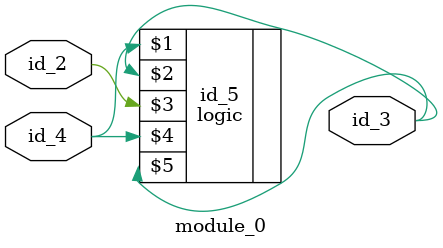
<source format=v>
localparam id_1 = id_1;
localparam id_1 = 1'h0;
module module_0 (
    input [id_1 : id_1] id_2,
    output id_3,
    input id_4
);
  logic id_5 (
      id_4,
      id_3,
      id_2,
      id_4,
      id_3
  );
endmodule

</source>
